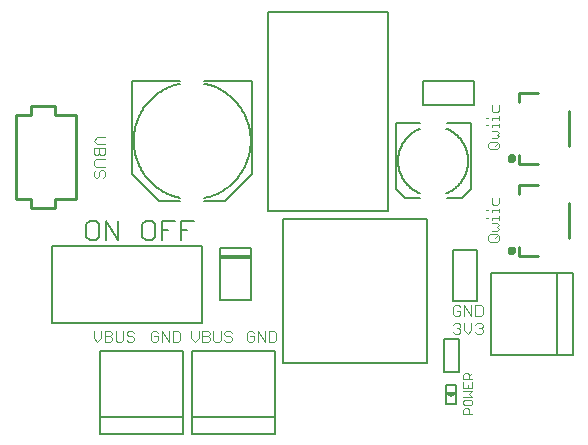
<source format=gbr>
G04 EAGLE Gerber RS-274X export*
G75*
%MOMM*%
%FSLAX34Y34*%
%LPD*%
%INSilkscreen Top*%
%IPPOS*%
%AMOC8*
5,1,8,0,0,1.08239X$1,22.5*%
G01*
%ADD10C,0.101600*%
%ADD11C,0.152400*%
%ADD12C,0.076200*%
%ADD13C,0.203200*%
%ADD14C,0.127000*%
%ADD15R,2.540000X0.381000*%
%ADD16C,0.254000*%
%ADD17C,0.400000*%


D10*
X67064Y252730D02*
X60963Y252730D01*
X57912Y249679D01*
X60963Y246629D01*
X67064Y246629D01*
X67064Y243375D02*
X57912Y243375D01*
X67064Y243375D02*
X67064Y238799D01*
X65539Y237274D01*
X64013Y237274D01*
X62488Y238799D01*
X60963Y237274D01*
X59437Y237274D01*
X57912Y238799D01*
X57912Y243375D01*
X62488Y243375D02*
X62488Y238799D01*
X59437Y234020D02*
X67064Y234020D01*
X59437Y234020D02*
X57912Y232494D01*
X57912Y229444D01*
X59437Y227918D01*
X67064Y227918D01*
X67064Y220089D02*
X65539Y218563D01*
X67064Y220089D02*
X67064Y223139D01*
X65539Y224664D01*
X64013Y224664D01*
X62488Y223139D01*
X62488Y220089D01*
X60963Y218563D01*
X59437Y218563D01*
X57912Y220089D01*
X57912Y223139D01*
X59437Y224664D01*
X57658Y88908D02*
X57658Y82807D01*
X60709Y79756D01*
X63759Y82807D01*
X63759Y88908D01*
X67013Y88908D02*
X67013Y79756D01*
X67013Y88908D02*
X71589Y88908D01*
X73114Y87383D01*
X73114Y85857D01*
X71589Y84332D01*
X73114Y82807D01*
X73114Y81281D01*
X71589Y79756D01*
X67013Y79756D01*
X67013Y84332D02*
X71589Y84332D01*
X76368Y81281D02*
X76368Y88908D01*
X76368Y81281D02*
X77894Y79756D01*
X80944Y79756D01*
X82470Y81281D01*
X82470Y88908D01*
X90299Y88908D02*
X91825Y87383D01*
X90299Y88908D02*
X87249Y88908D01*
X85724Y87383D01*
X85724Y85857D01*
X87249Y84332D01*
X90299Y84332D01*
X91825Y82807D01*
X91825Y81281D01*
X90299Y79756D01*
X87249Y79756D01*
X85724Y81281D01*
X140462Y82807D02*
X140462Y88908D01*
X140462Y82807D02*
X143513Y79756D01*
X146563Y82807D01*
X146563Y88908D01*
X149817Y88908D02*
X149817Y79756D01*
X149817Y88908D02*
X154393Y88908D01*
X155918Y87383D01*
X155918Y85857D01*
X154393Y84332D01*
X155918Y82807D01*
X155918Y81281D01*
X154393Y79756D01*
X149817Y79756D01*
X149817Y84332D02*
X154393Y84332D01*
X159172Y81281D02*
X159172Y88908D01*
X159172Y81281D02*
X160698Y79756D01*
X163748Y79756D01*
X165274Y81281D01*
X165274Y88908D01*
X173103Y88908D02*
X174629Y87383D01*
X173103Y88908D02*
X170053Y88908D01*
X168528Y87383D01*
X168528Y85857D01*
X170053Y84332D01*
X173103Y84332D01*
X174629Y82807D01*
X174629Y81281D01*
X173103Y79756D01*
X170053Y79756D01*
X168528Y81281D01*
X192028Y88908D02*
X193553Y87383D01*
X192028Y88908D02*
X188977Y88908D01*
X187452Y87383D01*
X187452Y81281D01*
X188977Y79756D01*
X192028Y79756D01*
X193553Y81281D01*
X193553Y84332D01*
X190503Y84332D01*
X196807Y79756D02*
X196807Y88908D01*
X202908Y79756D01*
X202908Y88908D01*
X206162Y88908D02*
X206162Y79756D01*
X210738Y79756D01*
X212264Y81281D01*
X212264Y87383D01*
X210738Y88908D01*
X206162Y88908D01*
X112273Y87383D02*
X110748Y88908D01*
X107697Y88908D01*
X106172Y87383D01*
X106172Y81281D01*
X107697Y79756D01*
X110748Y79756D01*
X112273Y81281D01*
X112273Y84332D01*
X109223Y84332D01*
X115527Y79756D02*
X115527Y88908D01*
X121628Y79756D01*
X121628Y88908D01*
X124882Y88908D02*
X124882Y79756D01*
X129458Y79756D01*
X130984Y81281D01*
X130984Y87383D01*
X129458Y88908D01*
X124882Y88908D01*
X366780Y110498D02*
X368305Y108973D01*
X366780Y110498D02*
X363729Y110498D01*
X362204Y108973D01*
X362204Y102871D01*
X363729Y101346D01*
X366780Y101346D01*
X368305Y102871D01*
X368305Y105922D01*
X365255Y105922D01*
X371559Y101346D02*
X371559Y110498D01*
X377660Y101346D01*
X377660Y110498D01*
X380914Y110498D02*
X380914Y101346D01*
X385490Y101346D01*
X387016Y102871D01*
X387016Y108973D01*
X385490Y110498D01*
X380914Y110498D01*
X363729Y95512D02*
X362204Y93987D01*
X363729Y95512D02*
X366780Y95512D01*
X368305Y93987D01*
X368305Y92461D01*
X366780Y90936D01*
X365255Y90936D01*
X366780Y90936D02*
X368305Y89411D01*
X368305Y87885D01*
X366780Y86360D01*
X363729Y86360D01*
X362204Y87885D01*
X371559Y89411D02*
X371559Y95512D01*
X371559Y89411D02*
X374610Y86360D01*
X377660Y89411D01*
X377660Y95512D01*
X380914Y93987D02*
X382440Y95512D01*
X385490Y95512D01*
X387016Y93987D01*
X387016Y92461D01*
X385490Y90936D01*
X383965Y90936D01*
X385490Y90936D02*
X387016Y89411D01*
X387016Y87885D01*
X385490Y86360D01*
X382440Y86360D01*
X380914Y87885D01*
X393186Y164338D02*
X399287Y164338D01*
X393186Y164338D02*
X391660Y165863D01*
X391660Y168914D01*
X393186Y170439D01*
X399287Y170439D01*
X400812Y168914D01*
X400812Y165863D01*
X399287Y164338D01*
X397761Y167389D02*
X400812Y170439D01*
X399287Y173693D02*
X394711Y173693D01*
X399287Y173693D02*
X400812Y175218D01*
X399287Y176744D01*
X400812Y178269D01*
X399287Y179794D01*
X394711Y179794D01*
X394711Y183048D02*
X394711Y184574D01*
X400812Y184574D01*
X400812Y186099D02*
X400812Y183048D01*
X391660Y184574D02*
X390135Y184574D01*
X394711Y189285D02*
X394711Y190810D01*
X400812Y190810D01*
X400812Y189285D02*
X400812Y192336D01*
X391660Y190810D02*
X390135Y190810D01*
X394711Y197047D02*
X394711Y201623D01*
X394711Y197047D02*
X396236Y195522D01*
X399287Y195522D01*
X400812Y197047D01*
X400812Y201623D01*
X399287Y242570D02*
X393186Y242570D01*
X391660Y244095D01*
X391660Y247146D01*
X393186Y248671D01*
X399287Y248671D01*
X400812Y247146D01*
X400812Y244095D01*
X399287Y242570D01*
X397761Y245621D02*
X400812Y248671D01*
X399287Y251925D02*
X394711Y251925D01*
X399287Y251925D02*
X400812Y253450D01*
X399287Y254976D01*
X400812Y256501D01*
X399287Y258026D01*
X394711Y258026D01*
X394711Y261280D02*
X394711Y262806D01*
X400812Y262806D01*
X400812Y264331D02*
X400812Y261280D01*
X391660Y262806D02*
X390135Y262806D01*
X394711Y267517D02*
X394711Y269042D01*
X400812Y269042D01*
X400812Y267517D02*
X400812Y270568D01*
X391660Y269042D02*
X390135Y269042D01*
X394711Y275279D02*
X394711Y279855D01*
X394711Y275279D02*
X396236Y273754D01*
X399287Y273754D01*
X400812Y275279D01*
X400812Y279855D01*
D11*
X59697Y181878D02*
X54274Y181878D01*
X51562Y179166D01*
X51562Y168320D01*
X54274Y165608D01*
X59697Y165608D01*
X62409Y168320D01*
X62409Y179166D01*
X59697Y181878D01*
X67934Y181878D02*
X67934Y165608D01*
X78780Y165608D02*
X67934Y181878D01*
X78780Y181878D02*
X78780Y165608D01*
X101772Y182132D02*
X107195Y182132D01*
X101772Y182132D02*
X99060Y179420D01*
X99060Y168574D01*
X101772Y165862D01*
X107195Y165862D01*
X109907Y168574D01*
X109907Y179420D01*
X107195Y182132D01*
X115432Y182132D02*
X115432Y165862D01*
X115432Y182132D02*
X126278Y182132D01*
X120855Y173997D02*
X115432Y173997D01*
X131803Y165862D02*
X131803Y182132D01*
X142650Y182132D01*
X137226Y173997D02*
X131803Y173997D01*
D12*
X370707Y18161D02*
X378079Y18161D01*
X370707Y18161D02*
X370707Y21847D01*
X371935Y23076D01*
X374393Y23076D01*
X375622Y21847D01*
X375622Y18161D01*
X370707Y26874D02*
X370707Y29331D01*
X370707Y26874D02*
X371935Y25645D01*
X376850Y25645D01*
X378079Y26874D01*
X378079Y29331D01*
X376850Y30560D01*
X371935Y30560D01*
X370707Y29331D01*
X370707Y33129D02*
X378079Y33129D01*
X375622Y35587D01*
X378079Y38044D01*
X370707Y38044D01*
X370707Y40613D02*
X370707Y45528D01*
X370707Y40613D02*
X378079Y40613D01*
X378079Y45528D01*
X374393Y43071D02*
X374393Y40613D01*
X378079Y48098D02*
X370707Y48098D01*
X370707Y51784D01*
X371935Y53012D01*
X374393Y53012D01*
X375622Y51784D01*
X375622Y48098D01*
X375622Y50555D02*
X378079Y53012D01*
D13*
X192024Y221742D02*
X192024Y300482D01*
X192024Y221742D02*
X169164Y198882D01*
X113284Y198882D02*
X90424Y221742D01*
X90424Y300482D01*
X131224Y298182D02*
X130043Y297923D01*
X128868Y297636D01*
X127701Y297320D01*
X126542Y296975D01*
X125392Y296603D01*
X124251Y296202D01*
X123120Y295774D01*
X122000Y295318D01*
X120891Y294835D01*
X119795Y294325D01*
X118711Y293789D01*
X117641Y293226D01*
X116585Y292637D01*
X115543Y292023D01*
X114517Y291383D01*
X113507Y290719D01*
X112513Y290030D01*
X111537Y289317D01*
X110578Y288580D01*
X109637Y287820D01*
X108715Y287037D01*
X107813Y286233D01*
X106931Y285406D01*
X106069Y284558D01*
X105227Y283689D01*
X104408Y282800D01*
X103610Y281891D01*
X102835Y280963D01*
X102083Y280017D01*
X101354Y279052D01*
X100648Y278070D01*
X99967Y277070D01*
X99311Y276055D01*
X98680Y275024D01*
X98073Y273977D01*
X97493Y272917D01*
X96939Y271842D01*
X96411Y270754D01*
X95910Y269653D01*
X95436Y268541D01*
X94989Y267418D01*
X94570Y266283D01*
X94178Y265139D01*
X93815Y263986D01*
X93480Y262824D01*
X93173Y261654D01*
X92895Y260478D01*
X92646Y259294D01*
X92426Y258105D01*
X92235Y256911D01*
X92073Y255713D01*
X91940Y254511D01*
X91837Y253306D01*
X91763Y252099D01*
X91719Y250891D01*
X91704Y249682D01*
X91719Y248473D01*
X91763Y247265D01*
X91837Y246058D01*
X91940Y244853D01*
X92073Y243651D01*
X92235Y242453D01*
X92426Y241259D01*
X92646Y240070D01*
X92895Y238886D01*
X93173Y237710D01*
X93480Y236540D01*
X93815Y235378D01*
X94178Y234225D01*
X94570Y233081D01*
X94989Y231946D01*
X95436Y230823D01*
X95910Y229711D01*
X96411Y228610D01*
X96939Y227522D01*
X97493Y226447D01*
X98073Y225387D01*
X98680Y224340D01*
X99311Y223309D01*
X99967Y222294D01*
X100648Y221294D01*
X101354Y220312D01*
X102083Y219347D01*
X102835Y218401D01*
X103610Y217473D01*
X104408Y216564D01*
X105227Y215675D01*
X106069Y214806D01*
X106931Y213958D01*
X107813Y213131D01*
X108715Y212327D01*
X109637Y211544D01*
X110578Y210784D01*
X111537Y210047D01*
X112513Y209334D01*
X113507Y208645D01*
X114517Y207981D01*
X115543Y207341D01*
X116585Y206727D01*
X117641Y206138D01*
X118711Y205575D01*
X119795Y205039D01*
X120891Y204529D01*
X122000Y204046D01*
X123120Y203590D01*
X124251Y203162D01*
X125392Y202761D01*
X126542Y202389D01*
X127701Y202044D01*
X128868Y201728D01*
X130043Y201441D01*
X131224Y201182D01*
X151224Y201182D02*
X152405Y201441D01*
X153580Y201728D01*
X154747Y202044D01*
X155906Y202389D01*
X157056Y202761D01*
X158197Y203162D01*
X159328Y203590D01*
X160448Y204046D01*
X161557Y204529D01*
X162653Y205039D01*
X163737Y205575D01*
X164807Y206138D01*
X165863Y206727D01*
X166905Y207341D01*
X167931Y207981D01*
X168941Y208645D01*
X169935Y209334D01*
X170911Y210047D01*
X171870Y210784D01*
X172811Y211544D01*
X173733Y212327D01*
X174635Y213131D01*
X175517Y213958D01*
X176379Y214806D01*
X177221Y215675D01*
X178040Y216564D01*
X178838Y217473D01*
X179613Y218401D01*
X180365Y219347D01*
X181094Y220312D01*
X181800Y221294D01*
X182481Y222294D01*
X183137Y223309D01*
X183768Y224340D01*
X184375Y225387D01*
X184955Y226447D01*
X185509Y227522D01*
X186037Y228610D01*
X186538Y229711D01*
X187012Y230823D01*
X187459Y231946D01*
X187878Y233081D01*
X188270Y234225D01*
X188633Y235378D01*
X188968Y236540D01*
X189275Y237710D01*
X189553Y238886D01*
X189802Y240070D01*
X190022Y241259D01*
X190213Y242453D01*
X190375Y243651D01*
X190508Y244853D01*
X190611Y246058D01*
X190685Y247265D01*
X190729Y248473D01*
X190744Y249682D01*
X190729Y250891D01*
X190685Y252099D01*
X190611Y253306D01*
X190508Y254511D01*
X190375Y255713D01*
X190213Y256911D01*
X190022Y258105D01*
X189802Y259294D01*
X189553Y260478D01*
X189275Y261654D01*
X188968Y262824D01*
X188633Y263986D01*
X188270Y265139D01*
X187878Y266283D01*
X187459Y267418D01*
X187012Y268541D01*
X186538Y269653D01*
X186037Y270754D01*
X185509Y271842D01*
X184955Y272917D01*
X184375Y273977D01*
X183768Y275024D01*
X183137Y276055D01*
X182481Y277070D01*
X181800Y278070D01*
X181094Y279052D01*
X180365Y280017D01*
X179613Y280963D01*
X178838Y281891D01*
X178040Y282800D01*
X177221Y283689D01*
X176379Y284558D01*
X175517Y285406D01*
X174635Y286233D01*
X173733Y287037D01*
X172811Y287820D01*
X171870Y288580D01*
X170911Y289317D01*
X169935Y290030D01*
X168941Y290719D01*
X167931Y291383D01*
X166905Y292023D01*
X165863Y292637D01*
X164807Y293226D01*
X163737Y293789D01*
X162653Y294325D01*
X161557Y294835D01*
X160448Y295318D01*
X159328Y295774D01*
X158197Y296202D01*
X157056Y296603D01*
X155906Y296975D01*
X154747Y297320D01*
X153580Y297636D01*
X152405Y297923D01*
X151224Y298182D01*
X151384Y300482D02*
X192024Y300482D01*
X131064Y300482D02*
X90424Y300482D01*
X151384Y198882D02*
X169164Y198882D01*
X131064Y198882D02*
X113284Y198882D01*
X376936Y208534D02*
X376936Y264414D01*
X376936Y208534D02*
X369316Y200914D01*
X321056Y200914D02*
X313436Y208534D01*
X313436Y264414D01*
X356362Y260096D02*
X357028Y259815D01*
X357687Y259518D01*
X358339Y259205D01*
X358983Y258876D01*
X359619Y258531D01*
X360246Y258171D01*
X360864Y257796D01*
X361473Y257406D01*
X362072Y257001D01*
X362661Y256581D01*
X363239Y256148D01*
X363807Y255700D01*
X364364Y255239D01*
X364909Y254764D01*
X365443Y254276D01*
X365964Y253775D01*
X366473Y253262D01*
X366970Y252736D01*
X367453Y252198D01*
X367923Y251649D01*
X368380Y251088D01*
X368823Y250517D01*
X369251Y249934D01*
X369666Y249342D01*
X370065Y248739D01*
X370450Y248127D01*
X370820Y247506D01*
X371175Y246876D01*
X371514Y246237D01*
X371838Y245591D01*
X372145Y244936D01*
X372437Y244275D01*
X372712Y243606D01*
X372971Y242931D01*
X373213Y242250D01*
X373439Y241563D01*
X373647Y240871D01*
X373839Y240173D01*
X374014Y239472D01*
X374172Y238766D01*
X374312Y238057D01*
X374435Y237344D01*
X374540Y236629D01*
X374628Y235911D01*
X374699Y235192D01*
X374752Y234471D01*
X374787Y233748D01*
X374805Y233026D01*
X374805Y232302D01*
X374787Y231580D01*
X374752Y230857D01*
X374699Y230136D01*
X374628Y229417D01*
X374540Y228699D01*
X374435Y227984D01*
X374312Y227271D01*
X374172Y226562D01*
X374014Y225856D01*
X373839Y225155D01*
X373647Y224457D01*
X373439Y223765D01*
X373213Y223078D01*
X372971Y222397D01*
X372712Y221722D01*
X372437Y221053D01*
X372145Y220392D01*
X371838Y219737D01*
X371514Y219091D01*
X371175Y218452D01*
X370820Y217822D01*
X370450Y217201D01*
X370065Y216589D01*
X369666Y215986D01*
X369251Y215394D01*
X368823Y214811D01*
X368380Y214240D01*
X367923Y213679D01*
X367453Y213130D01*
X366970Y212592D01*
X366473Y212066D01*
X365964Y211553D01*
X365443Y211052D01*
X364909Y210564D01*
X364364Y210089D01*
X363807Y209628D01*
X363239Y209180D01*
X362661Y208747D01*
X362072Y208327D01*
X361473Y207922D01*
X360864Y207532D01*
X360246Y207157D01*
X359619Y206797D01*
X358983Y206452D01*
X358339Y206123D01*
X357687Y205810D01*
X357028Y205513D01*
X356362Y205232D01*
X334010Y205232D02*
X333344Y205513D01*
X332685Y205810D01*
X332033Y206123D01*
X331389Y206452D01*
X330753Y206797D01*
X330126Y207157D01*
X329508Y207532D01*
X328899Y207922D01*
X328300Y208327D01*
X327711Y208747D01*
X327133Y209180D01*
X326565Y209628D01*
X326008Y210089D01*
X325463Y210564D01*
X324929Y211052D01*
X324408Y211553D01*
X323899Y212066D01*
X323402Y212592D01*
X322919Y213130D01*
X322449Y213679D01*
X321992Y214240D01*
X321549Y214811D01*
X321121Y215394D01*
X320706Y215986D01*
X320307Y216589D01*
X319922Y217201D01*
X319552Y217822D01*
X319197Y218452D01*
X318858Y219091D01*
X318534Y219737D01*
X318227Y220392D01*
X317935Y221053D01*
X317660Y221722D01*
X317401Y222397D01*
X317159Y223078D01*
X316933Y223765D01*
X316725Y224457D01*
X316533Y225155D01*
X316358Y225856D01*
X316200Y226562D01*
X316060Y227271D01*
X315937Y227984D01*
X315832Y228699D01*
X315744Y229417D01*
X315673Y230136D01*
X315620Y230857D01*
X315585Y231580D01*
X315567Y232302D01*
X315567Y233026D01*
X315585Y233748D01*
X315620Y234471D01*
X315673Y235192D01*
X315744Y235911D01*
X315832Y236629D01*
X315937Y237344D01*
X316060Y238057D01*
X316200Y238766D01*
X316358Y239472D01*
X316533Y240173D01*
X316725Y240871D01*
X316933Y241563D01*
X317159Y242250D01*
X317401Y242931D01*
X317660Y243606D01*
X317935Y244275D01*
X318227Y244936D01*
X318534Y245591D01*
X318858Y246237D01*
X319197Y246876D01*
X319552Y247506D01*
X319922Y248127D01*
X320307Y248739D01*
X320706Y249342D01*
X321121Y249934D01*
X321549Y250517D01*
X321992Y251088D01*
X322449Y251649D01*
X322919Y252198D01*
X323402Y252736D01*
X323899Y253262D01*
X324408Y253775D01*
X324929Y254276D01*
X325463Y254764D01*
X326008Y255239D01*
X326565Y255700D01*
X327133Y256148D01*
X327711Y256581D01*
X328300Y257001D01*
X328899Y257406D01*
X329508Y257796D01*
X330126Y258171D01*
X330753Y258531D01*
X331389Y258876D01*
X332033Y259205D01*
X332685Y259518D01*
X333344Y259815D01*
X334010Y260096D01*
X356616Y264414D02*
X376936Y264414D01*
X333756Y264414D02*
X313436Y264414D01*
X321056Y200914D02*
X333756Y200914D01*
X356616Y200914D02*
X369316Y200914D01*
D14*
X191054Y158906D02*
X191054Y114906D01*
X165054Y114906D01*
X165054Y158906D01*
X191054Y158906D01*
D15*
X178054Y151511D03*
D16*
X42418Y200180D02*
X42418Y271300D01*
X42418Y200180D02*
X24638Y200180D01*
X24638Y192560D01*
X4318Y192560D01*
X4318Y200180D01*
X-8382Y200180D01*
X-8382Y271300D01*
X4318Y271300D01*
X4318Y278920D01*
X24638Y278920D01*
X24638Y271300D01*
X42418Y271300D01*
D17*
X409986Y235000D02*
X409988Y235075D01*
X409994Y235149D01*
X410004Y235223D01*
X410017Y235296D01*
X410035Y235369D01*
X410056Y235440D01*
X410081Y235511D01*
X410110Y235580D01*
X410143Y235647D01*
X410179Y235712D01*
X410218Y235776D01*
X410260Y235837D01*
X410306Y235896D01*
X410355Y235953D01*
X410407Y236006D01*
X410461Y236057D01*
X410518Y236106D01*
X410578Y236150D01*
X410640Y236192D01*
X410704Y236231D01*
X410770Y236266D01*
X410837Y236297D01*
X410907Y236325D01*
X410977Y236349D01*
X411049Y236370D01*
X411122Y236386D01*
X411195Y236399D01*
X411270Y236408D01*
X411344Y236413D01*
X411419Y236414D01*
X411493Y236411D01*
X411568Y236404D01*
X411641Y236393D01*
X411715Y236379D01*
X411787Y236360D01*
X411858Y236338D01*
X411928Y236312D01*
X411997Y236282D01*
X412063Y236249D01*
X412128Y236212D01*
X412191Y236172D01*
X412252Y236128D01*
X412310Y236082D01*
X412366Y236032D01*
X412419Y235980D01*
X412470Y235925D01*
X412517Y235867D01*
X412561Y235807D01*
X412602Y235744D01*
X412640Y235680D01*
X412674Y235614D01*
X412705Y235545D01*
X412732Y235476D01*
X412755Y235405D01*
X412774Y235333D01*
X412790Y235260D01*
X412802Y235186D01*
X412810Y235112D01*
X412814Y235037D01*
X412814Y234963D01*
X412810Y234888D01*
X412802Y234814D01*
X412790Y234740D01*
X412774Y234667D01*
X412755Y234595D01*
X412732Y234524D01*
X412705Y234455D01*
X412674Y234386D01*
X412640Y234320D01*
X412602Y234256D01*
X412561Y234193D01*
X412517Y234133D01*
X412470Y234075D01*
X412419Y234020D01*
X412366Y233968D01*
X412310Y233918D01*
X412252Y233872D01*
X412191Y233828D01*
X412128Y233788D01*
X412063Y233751D01*
X411997Y233718D01*
X411928Y233688D01*
X411858Y233662D01*
X411787Y233640D01*
X411715Y233621D01*
X411641Y233607D01*
X411568Y233596D01*
X411493Y233589D01*
X411419Y233586D01*
X411344Y233587D01*
X411270Y233592D01*
X411195Y233601D01*
X411122Y233614D01*
X411049Y233630D01*
X410977Y233651D01*
X410907Y233675D01*
X410837Y233703D01*
X410770Y233734D01*
X410704Y233769D01*
X410640Y233808D01*
X410578Y233850D01*
X410518Y233894D01*
X410461Y233943D01*
X410407Y233994D01*
X410355Y234047D01*
X410306Y234104D01*
X410260Y234163D01*
X410218Y234224D01*
X410179Y234288D01*
X410143Y234353D01*
X410110Y234420D01*
X410081Y234489D01*
X410056Y234560D01*
X410035Y234631D01*
X410017Y234704D01*
X410004Y234777D01*
X409994Y234851D01*
X409988Y234925D01*
X409986Y235000D01*
D16*
X460400Y245000D02*
X460400Y275000D01*
X434400Y230000D02*
X417900Y230000D01*
X417900Y282500D02*
X417900Y290000D01*
X434400Y290000D01*
X417900Y237500D02*
X417900Y230000D01*
D17*
X409986Y157000D02*
X409988Y157075D01*
X409994Y157149D01*
X410004Y157223D01*
X410017Y157296D01*
X410035Y157369D01*
X410056Y157440D01*
X410081Y157511D01*
X410110Y157580D01*
X410143Y157647D01*
X410179Y157712D01*
X410218Y157776D01*
X410260Y157837D01*
X410306Y157896D01*
X410355Y157953D01*
X410407Y158006D01*
X410461Y158057D01*
X410518Y158106D01*
X410578Y158150D01*
X410640Y158192D01*
X410704Y158231D01*
X410770Y158266D01*
X410837Y158297D01*
X410907Y158325D01*
X410977Y158349D01*
X411049Y158370D01*
X411122Y158386D01*
X411195Y158399D01*
X411270Y158408D01*
X411344Y158413D01*
X411419Y158414D01*
X411493Y158411D01*
X411568Y158404D01*
X411641Y158393D01*
X411715Y158379D01*
X411787Y158360D01*
X411858Y158338D01*
X411928Y158312D01*
X411997Y158282D01*
X412063Y158249D01*
X412128Y158212D01*
X412191Y158172D01*
X412252Y158128D01*
X412310Y158082D01*
X412366Y158032D01*
X412419Y157980D01*
X412470Y157925D01*
X412517Y157867D01*
X412561Y157807D01*
X412602Y157744D01*
X412640Y157680D01*
X412674Y157614D01*
X412705Y157545D01*
X412732Y157476D01*
X412755Y157405D01*
X412774Y157333D01*
X412790Y157260D01*
X412802Y157186D01*
X412810Y157112D01*
X412814Y157037D01*
X412814Y156963D01*
X412810Y156888D01*
X412802Y156814D01*
X412790Y156740D01*
X412774Y156667D01*
X412755Y156595D01*
X412732Y156524D01*
X412705Y156455D01*
X412674Y156386D01*
X412640Y156320D01*
X412602Y156256D01*
X412561Y156193D01*
X412517Y156133D01*
X412470Y156075D01*
X412419Y156020D01*
X412366Y155968D01*
X412310Y155918D01*
X412252Y155872D01*
X412191Y155828D01*
X412128Y155788D01*
X412063Y155751D01*
X411997Y155718D01*
X411928Y155688D01*
X411858Y155662D01*
X411787Y155640D01*
X411715Y155621D01*
X411641Y155607D01*
X411568Y155596D01*
X411493Y155589D01*
X411419Y155586D01*
X411344Y155587D01*
X411270Y155592D01*
X411195Y155601D01*
X411122Y155614D01*
X411049Y155630D01*
X410977Y155651D01*
X410907Y155675D01*
X410837Y155703D01*
X410770Y155734D01*
X410704Y155769D01*
X410640Y155808D01*
X410578Y155850D01*
X410518Y155894D01*
X410461Y155943D01*
X410407Y155994D01*
X410355Y156047D01*
X410306Y156104D01*
X410260Y156163D01*
X410218Y156224D01*
X410179Y156288D01*
X410143Y156353D01*
X410110Y156420D01*
X410081Y156489D01*
X410056Y156560D01*
X410035Y156631D01*
X410017Y156704D01*
X410004Y156777D01*
X409994Y156851D01*
X409988Y156925D01*
X409986Y157000D01*
D16*
X460400Y167000D02*
X460400Y197000D01*
X434400Y152000D02*
X417900Y152000D01*
X417900Y204500D02*
X417900Y212000D01*
X434400Y212000D01*
X417900Y159500D02*
X417900Y152000D01*
D14*
X140955Y71744D02*
X140955Y15744D01*
X140955Y1744D01*
X210955Y1744D01*
X210955Y15744D01*
X210955Y71744D01*
X140955Y71744D01*
X140955Y15744D02*
X210955Y15744D01*
X393990Y68108D02*
X449990Y68108D01*
X463990Y68108D01*
X463990Y138108D01*
X449990Y138108D01*
X393990Y138108D01*
X393990Y68108D01*
X449990Y68108D02*
X449990Y138108D01*
X63231Y71744D02*
X63231Y15744D01*
X63231Y1744D01*
X133231Y1744D01*
X133231Y15744D01*
X133231Y71744D01*
X63231Y71744D01*
X63231Y15744D02*
X133231Y15744D01*
D11*
X218400Y183428D02*
X340400Y183428D01*
X340400Y61428D01*
X218400Y61428D01*
X218400Y183428D01*
D14*
X307086Y190246D02*
X307086Y359156D01*
X307086Y190246D02*
X205486Y190246D01*
X205486Y359156D01*
X307086Y359156D01*
X354076Y82042D02*
X354076Y54102D01*
X354076Y82042D02*
X366776Y82042D01*
X366776Y54102D01*
X354076Y54102D01*
X364426Y42544D02*
X364426Y26544D01*
X356426Y26544D01*
X356426Y42544D01*
X364426Y42544D01*
X364236Y35814D02*
X356616Y35814D01*
X358521Y34544D01*
X360426Y33274D01*
X362331Y34544D01*
X364236Y35814D01*
X362966Y35179D02*
X357886Y35179D01*
X358521Y34544D02*
X362331Y34544D01*
D11*
X22352Y95016D02*
X22352Y161016D01*
X149352Y161016D01*
X149352Y95016D01*
X22352Y95016D01*
D14*
X336550Y300482D02*
X379730Y300482D01*
X379730Y280162D01*
X336550Y280162D01*
X336550Y300482D01*
X382016Y156972D02*
X382016Y113792D01*
X361696Y113792D01*
X361696Y156972D01*
X382016Y156972D01*
M02*

</source>
